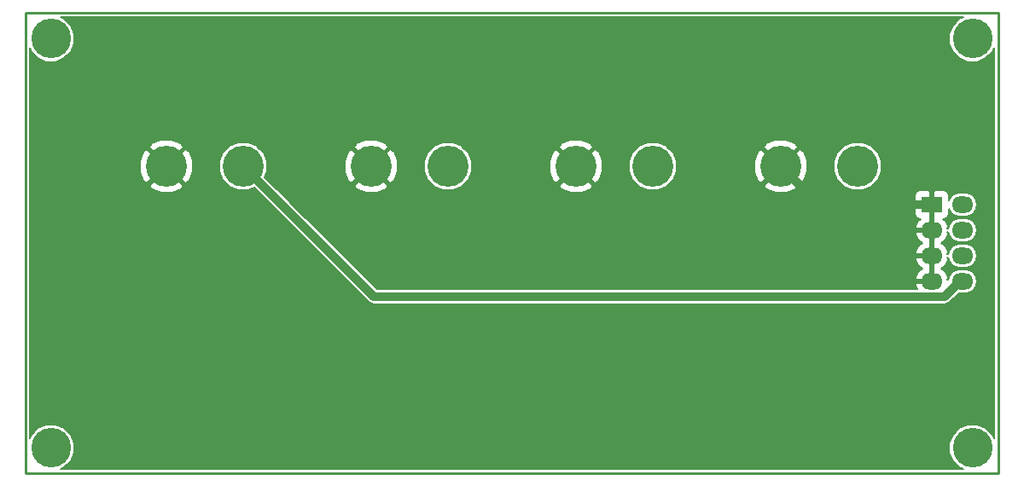
<source format=gtl>
G04 #@! TF.FileFunction,Copper,L1,Top,Signal*
%FSLAX46Y46*%
G04 Gerber Fmt 4.6, Leading zero omitted, Abs format (unit mm)*
G04 Created by KiCad (PCBNEW 0.201509091501+6172~30~ubuntu14.04.1-product) date Thu 10 Sep 2015 02:20:44 PM EDT*
%MOMM*%
G01*
G04 APERTURE LIST*
%ADD10C,0.100000*%
%ADD11C,0.228600*%
%ADD12R,2.133600X1.625600*%
%ADD13O,2.133600X1.625600*%
%ADD14C,4.064000*%
%ADD15C,3.937000*%
%ADD16C,0.812800*%
%ADD17C,0.203200*%
G04 APERTURE END LIST*
D10*
D11*
X185420000Y-60960000D02*
X88900000Y-60960000D01*
X185420000Y-106680000D02*
X185420000Y-60960000D01*
X88900000Y-106680000D02*
X185420000Y-106680000D01*
X88900000Y-60960000D02*
X88900000Y-106680000D01*
D12*
X178816000Y-80010000D03*
D13*
X181864000Y-80010000D03*
X178816000Y-82550000D03*
X181864000Y-82550000D03*
X178816000Y-85090000D03*
X181864000Y-85090000D03*
X178816000Y-87630000D03*
X181864000Y-87630000D03*
D14*
X102870000Y-76200000D03*
X110490000Y-76200000D03*
X123190000Y-76200000D03*
X130810000Y-76200000D03*
X143510000Y-76200000D03*
X151130000Y-76200000D03*
X163830000Y-76200000D03*
X171450000Y-76200000D03*
D15*
X91440000Y-63500000D03*
X182880000Y-63500000D03*
X91440000Y-104140000D03*
X182880000Y-104140000D03*
D16*
X167640000Y-80010000D02*
X179070000Y-80010000D01*
X163830000Y-76200000D02*
X167640000Y-80010000D01*
X180083000Y-89157000D02*
X181610000Y-87630000D01*
X123447000Y-89157000D02*
X180083000Y-89157000D01*
X110490000Y-76200000D02*
X123447000Y-89157000D01*
D17*
G36*
X181565223Y-61528575D02*
X180910873Y-62181784D01*
X180556304Y-63035680D01*
X180555497Y-63960264D01*
X180908575Y-64814777D01*
X181561784Y-65469127D01*
X182415680Y-65823696D01*
X183340264Y-65824503D01*
X184194777Y-65471425D01*
X184849127Y-64818216D01*
X185000900Y-64452706D01*
X185000900Y-103186980D01*
X184851425Y-102825223D01*
X184198216Y-102170873D01*
X183344320Y-101816304D01*
X182419736Y-101815497D01*
X181565223Y-102168575D01*
X180910873Y-102821784D01*
X180556304Y-103675680D01*
X180555497Y-104600264D01*
X180908575Y-105454777D01*
X181561784Y-106109127D01*
X181927294Y-106260900D01*
X92393020Y-106260900D01*
X92754777Y-106111425D01*
X93409127Y-105458216D01*
X93763696Y-104604320D01*
X93764503Y-103679736D01*
X93411425Y-102825223D01*
X92758216Y-102170873D01*
X91904320Y-101816304D01*
X90979736Y-101815497D01*
X90125223Y-102168575D01*
X89470873Y-102821784D01*
X89319100Y-103187294D01*
X89319100Y-78101253D01*
X101184273Y-78101253D01*
X101412718Y-78465055D01*
X102390447Y-78850316D01*
X103441182Y-78832090D01*
X104327282Y-78465055D01*
X104555727Y-78101253D01*
X102870000Y-76415526D01*
X101184273Y-78101253D01*
X89319100Y-78101253D01*
X89319100Y-75720447D01*
X100219684Y-75720447D01*
X100237910Y-76771182D01*
X100604945Y-77657282D01*
X100968747Y-77885727D01*
X102654474Y-76200000D01*
X103085526Y-76200000D01*
X104771253Y-77885727D01*
X105135055Y-77657282D01*
X105520316Y-76679553D01*
X105520200Y-76672839D01*
X108101986Y-76672839D01*
X108464711Y-77550700D01*
X109135767Y-78222929D01*
X110012993Y-78587185D01*
X110962839Y-78588014D01*
X111555501Y-78343131D01*
X122908185Y-89695815D01*
X123155395Y-89860996D01*
X123447000Y-89919000D01*
X180083000Y-89919000D01*
X180374605Y-89860996D01*
X180621815Y-89695815D01*
X181529666Y-88787964D01*
X181582134Y-88798400D01*
X182145866Y-88798400D01*
X182592993Y-88709461D01*
X182972050Y-88456184D01*
X183225327Y-88077127D01*
X183314266Y-87630000D01*
X183225327Y-87182873D01*
X182972050Y-86803816D01*
X182592993Y-86550539D01*
X182145866Y-86461600D01*
X181582134Y-86461600D01*
X181135007Y-86550539D01*
X180755950Y-86803816D01*
X180502673Y-87182873D01*
X180444049Y-87477598D01*
X180330824Y-87477598D01*
X180442960Y-87258245D01*
X180434655Y-87197888D01*
X180165415Y-86708550D01*
X179730040Y-86360000D01*
X180165415Y-86011450D01*
X180434655Y-85522112D01*
X180442960Y-85461755D01*
X180330824Y-85242402D01*
X180444049Y-85242402D01*
X180502673Y-85537127D01*
X180755950Y-85916184D01*
X181135007Y-86169461D01*
X181582134Y-86258400D01*
X182145866Y-86258400D01*
X182592993Y-86169461D01*
X182972050Y-85916184D01*
X183225327Y-85537127D01*
X183314266Y-85090000D01*
X183225327Y-84642873D01*
X182972050Y-84263816D01*
X182592993Y-84010539D01*
X182145866Y-83921600D01*
X181582134Y-83921600D01*
X181135007Y-84010539D01*
X180755950Y-84263816D01*
X180502673Y-84642873D01*
X180444049Y-84937598D01*
X180330824Y-84937598D01*
X180442960Y-84718245D01*
X180434655Y-84657888D01*
X180165415Y-84168550D01*
X179730040Y-83820000D01*
X180165415Y-83471450D01*
X180434655Y-82982112D01*
X180442960Y-82921755D01*
X180330824Y-82702402D01*
X180444049Y-82702402D01*
X180502673Y-82997127D01*
X180755950Y-83376184D01*
X181135007Y-83629461D01*
X181582134Y-83718400D01*
X182145866Y-83718400D01*
X182592993Y-83629461D01*
X182972050Y-83376184D01*
X183225327Y-82997127D01*
X183314266Y-82550000D01*
X183225327Y-82102873D01*
X182972050Y-81723816D01*
X182592993Y-81470539D01*
X182145866Y-81381600D01*
X181582134Y-81381600D01*
X181135007Y-81470539D01*
X180755950Y-81723816D01*
X180502673Y-82102873D01*
X180444049Y-82397598D01*
X180330824Y-82397598D01*
X180442960Y-82178245D01*
X180434655Y-82117888D01*
X180165415Y-81628550D01*
X179920403Y-81432400D01*
X180004057Y-81432400D01*
X180228111Y-81339594D01*
X180399594Y-81168111D01*
X180492400Y-80944057D01*
X180492400Y-80405481D01*
X180502673Y-80457127D01*
X180755950Y-80836184D01*
X181135007Y-81089461D01*
X181582134Y-81178400D01*
X182145866Y-81178400D01*
X182592993Y-81089461D01*
X182972050Y-80836184D01*
X183225327Y-80457127D01*
X183314266Y-80010000D01*
X183225327Y-79562873D01*
X182972050Y-79183816D01*
X182592993Y-78930539D01*
X182145866Y-78841600D01*
X181582134Y-78841600D01*
X181135007Y-78930539D01*
X180755950Y-79183816D01*
X180502673Y-79562873D01*
X180492400Y-79614519D01*
X180492400Y-79075943D01*
X180399594Y-78851889D01*
X180228111Y-78680406D01*
X180004057Y-78587600D01*
X179120800Y-78587600D01*
X178968400Y-78740000D01*
X178968400Y-79857600D01*
X178988400Y-79857600D01*
X178988400Y-80162400D01*
X178968400Y-80162400D01*
X178968400Y-82397600D01*
X178988400Y-82397600D01*
X178988400Y-82702400D01*
X178968400Y-82702400D01*
X178968400Y-84937600D01*
X178988400Y-84937600D01*
X178988400Y-85242400D01*
X178968400Y-85242400D01*
X178968400Y-87477600D01*
X178988400Y-87477600D01*
X178988400Y-87782400D01*
X178968400Y-87782400D01*
X178968400Y-87802400D01*
X178663600Y-87802400D01*
X178663600Y-87782400D01*
X177301177Y-87782400D01*
X177189040Y-88001755D01*
X177197345Y-88062112D01*
X177380504Y-88395000D01*
X123762630Y-88395000D01*
X120829385Y-85461755D01*
X177189040Y-85461755D01*
X177197345Y-85522112D01*
X177466585Y-86011450D01*
X177901960Y-86360000D01*
X177466585Y-86708550D01*
X177197345Y-87197888D01*
X177189040Y-87258245D01*
X177301177Y-87477600D01*
X178663600Y-87477600D01*
X178663600Y-85242400D01*
X177301177Y-85242400D01*
X177189040Y-85461755D01*
X120829385Y-85461755D01*
X118289385Y-82921755D01*
X177189040Y-82921755D01*
X177197345Y-82982112D01*
X177466585Y-83471450D01*
X177901960Y-83820000D01*
X177466585Y-84168550D01*
X177197345Y-84657888D01*
X177189040Y-84718245D01*
X177301177Y-84937600D01*
X178663600Y-84937600D01*
X178663600Y-82702400D01*
X177301177Y-82702400D01*
X177189040Y-82921755D01*
X118289385Y-82921755D01*
X115682430Y-80314800D01*
X177139600Y-80314800D01*
X177139600Y-80944057D01*
X177232406Y-81168111D01*
X177403889Y-81339594D01*
X177627943Y-81432400D01*
X177711597Y-81432400D01*
X177466585Y-81628550D01*
X177197345Y-82117888D01*
X177189040Y-82178245D01*
X177301177Y-82397600D01*
X178663600Y-82397600D01*
X178663600Y-80162400D01*
X177292000Y-80162400D01*
X177139600Y-80314800D01*
X115682430Y-80314800D01*
X114443573Y-79075943D01*
X177139600Y-79075943D01*
X177139600Y-79705200D01*
X177292000Y-79857600D01*
X178663600Y-79857600D01*
X178663600Y-78740000D01*
X178511200Y-78587600D01*
X177627943Y-78587600D01*
X177403889Y-78680406D01*
X177232406Y-78851889D01*
X177139600Y-79075943D01*
X114443573Y-79075943D01*
X113468883Y-78101253D01*
X121504273Y-78101253D01*
X121732718Y-78465055D01*
X122710447Y-78850316D01*
X123761182Y-78832090D01*
X124647282Y-78465055D01*
X124875727Y-78101253D01*
X123190000Y-76415526D01*
X121504273Y-78101253D01*
X113468883Y-78101253D01*
X112632912Y-77265282D01*
X112877185Y-76677007D01*
X112878014Y-75727161D01*
X112875240Y-75720447D01*
X120539684Y-75720447D01*
X120557910Y-76771182D01*
X120924945Y-77657282D01*
X121288747Y-77885727D01*
X122974474Y-76200000D01*
X123405526Y-76200000D01*
X125091253Y-77885727D01*
X125455055Y-77657282D01*
X125840316Y-76679553D01*
X125840200Y-76672839D01*
X128421986Y-76672839D01*
X128784711Y-77550700D01*
X129455767Y-78222929D01*
X130332993Y-78587185D01*
X131282839Y-78588014D01*
X132160700Y-78225289D01*
X132284952Y-78101253D01*
X141824273Y-78101253D01*
X142052718Y-78465055D01*
X143030447Y-78850316D01*
X144081182Y-78832090D01*
X144967282Y-78465055D01*
X145195727Y-78101253D01*
X143510000Y-76415526D01*
X141824273Y-78101253D01*
X132284952Y-78101253D01*
X132832929Y-77554233D01*
X133197185Y-76677007D01*
X133198014Y-75727161D01*
X133195240Y-75720447D01*
X140859684Y-75720447D01*
X140877910Y-76771182D01*
X141244945Y-77657282D01*
X141608747Y-77885727D01*
X143294474Y-76200000D01*
X143725526Y-76200000D01*
X145411253Y-77885727D01*
X145775055Y-77657282D01*
X146160316Y-76679553D01*
X146160200Y-76672839D01*
X148741986Y-76672839D01*
X149104711Y-77550700D01*
X149775767Y-78222929D01*
X150652993Y-78587185D01*
X151602839Y-78588014D01*
X152480700Y-78225289D01*
X152604952Y-78101253D01*
X162144273Y-78101253D01*
X162372718Y-78465055D01*
X163350447Y-78850316D01*
X164401182Y-78832090D01*
X165287282Y-78465055D01*
X165515727Y-78101253D01*
X163830000Y-76415526D01*
X162144273Y-78101253D01*
X152604952Y-78101253D01*
X153152929Y-77554233D01*
X153517185Y-76677007D01*
X153518014Y-75727161D01*
X153515240Y-75720447D01*
X161179684Y-75720447D01*
X161197910Y-76771182D01*
X161564945Y-77657282D01*
X161928747Y-77885727D01*
X163614474Y-76200000D01*
X164045526Y-76200000D01*
X165731253Y-77885727D01*
X166095055Y-77657282D01*
X166480316Y-76679553D01*
X166480200Y-76672839D01*
X169061986Y-76672839D01*
X169424711Y-77550700D01*
X170095767Y-78222929D01*
X170972993Y-78587185D01*
X171922839Y-78588014D01*
X172800700Y-78225289D01*
X173472929Y-77554233D01*
X173837185Y-76677007D01*
X173838014Y-75727161D01*
X173475289Y-74849300D01*
X172804233Y-74177071D01*
X171927007Y-73812815D01*
X170977161Y-73811986D01*
X170099300Y-74174711D01*
X169427071Y-74845767D01*
X169062815Y-75722993D01*
X169061986Y-76672839D01*
X166480200Y-76672839D01*
X166462090Y-75628818D01*
X166095055Y-74742718D01*
X165731253Y-74514273D01*
X164045526Y-76200000D01*
X163614474Y-76200000D01*
X161928747Y-74514273D01*
X161564945Y-74742718D01*
X161179684Y-75720447D01*
X153515240Y-75720447D01*
X153155289Y-74849300D01*
X152605697Y-74298747D01*
X162144273Y-74298747D01*
X163830000Y-75984474D01*
X165515727Y-74298747D01*
X165287282Y-73934945D01*
X164309553Y-73549684D01*
X163258818Y-73567910D01*
X162372718Y-73934945D01*
X162144273Y-74298747D01*
X152605697Y-74298747D01*
X152484233Y-74177071D01*
X151607007Y-73812815D01*
X150657161Y-73811986D01*
X149779300Y-74174711D01*
X149107071Y-74845767D01*
X148742815Y-75722993D01*
X148741986Y-76672839D01*
X146160200Y-76672839D01*
X146142090Y-75628818D01*
X145775055Y-74742718D01*
X145411253Y-74514273D01*
X143725526Y-76200000D01*
X143294474Y-76200000D01*
X141608747Y-74514273D01*
X141244945Y-74742718D01*
X140859684Y-75720447D01*
X133195240Y-75720447D01*
X132835289Y-74849300D01*
X132285697Y-74298747D01*
X141824273Y-74298747D01*
X143510000Y-75984474D01*
X145195727Y-74298747D01*
X144967282Y-73934945D01*
X143989553Y-73549684D01*
X142938818Y-73567910D01*
X142052718Y-73934945D01*
X141824273Y-74298747D01*
X132285697Y-74298747D01*
X132164233Y-74177071D01*
X131287007Y-73812815D01*
X130337161Y-73811986D01*
X129459300Y-74174711D01*
X128787071Y-74845767D01*
X128422815Y-75722993D01*
X128421986Y-76672839D01*
X125840200Y-76672839D01*
X125822090Y-75628818D01*
X125455055Y-74742718D01*
X125091253Y-74514273D01*
X123405526Y-76200000D01*
X122974474Y-76200000D01*
X121288747Y-74514273D01*
X120924945Y-74742718D01*
X120539684Y-75720447D01*
X112875240Y-75720447D01*
X112515289Y-74849300D01*
X111965697Y-74298747D01*
X121504273Y-74298747D01*
X123190000Y-75984474D01*
X124875727Y-74298747D01*
X124647282Y-73934945D01*
X123669553Y-73549684D01*
X122618818Y-73567910D01*
X121732718Y-73934945D01*
X121504273Y-74298747D01*
X111965697Y-74298747D01*
X111844233Y-74177071D01*
X110967007Y-73812815D01*
X110017161Y-73811986D01*
X109139300Y-74174711D01*
X108467071Y-74845767D01*
X108102815Y-75722993D01*
X108101986Y-76672839D01*
X105520200Y-76672839D01*
X105502090Y-75628818D01*
X105135055Y-74742718D01*
X104771253Y-74514273D01*
X103085526Y-76200000D01*
X102654474Y-76200000D01*
X100968747Y-74514273D01*
X100604945Y-74742718D01*
X100219684Y-75720447D01*
X89319100Y-75720447D01*
X89319100Y-74298747D01*
X101184273Y-74298747D01*
X102870000Y-75984474D01*
X104555727Y-74298747D01*
X104327282Y-73934945D01*
X103349553Y-73549684D01*
X102298818Y-73567910D01*
X101412718Y-73934945D01*
X101184273Y-74298747D01*
X89319100Y-74298747D01*
X89319100Y-64453020D01*
X89468575Y-64814777D01*
X90121784Y-65469127D01*
X90975680Y-65823696D01*
X91900264Y-65824503D01*
X92754777Y-65471425D01*
X93409127Y-64818216D01*
X93763696Y-63964320D01*
X93764503Y-63039736D01*
X93411425Y-62185223D01*
X92758216Y-61530873D01*
X92392706Y-61379100D01*
X181926980Y-61379100D01*
X181565223Y-61528575D01*
X181565223Y-61528575D01*
G37*
X181565223Y-61528575D02*
X180910873Y-62181784D01*
X180556304Y-63035680D01*
X180555497Y-63960264D01*
X180908575Y-64814777D01*
X181561784Y-65469127D01*
X182415680Y-65823696D01*
X183340264Y-65824503D01*
X184194777Y-65471425D01*
X184849127Y-64818216D01*
X185000900Y-64452706D01*
X185000900Y-103186980D01*
X184851425Y-102825223D01*
X184198216Y-102170873D01*
X183344320Y-101816304D01*
X182419736Y-101815497D01*
X181565223Y-102168575D01*
X180910873Y-102821784D01*
X180556304Y-103675680D01*
X180555497Y-104600264D01*
X180908575Y-105454777D01*
X181561784Y-106109127D01*
X181927294Y-106260900D01*
X92393020Y-106260900D01*
X92754777Y-106111425D01*
X93409127Y-105458216D01*
X93763696Y-104604320D01*
X93764503Y-103679736D01*
X93411425Y-102825223D01*
X92758216Y-102170873D01*
X91904320Y-101816304D01*
X90979736Y-101815497D01*
X90125223Y-102168575D01*
X89470873Y-102821784D01*
X89319100Y-103187294D01*
X89319100Y-78101253D01*
X101184273Y-78101253D01*
X101412718Y-78465055D01*
X102390447Y-78850316D01*
X103441182Y-78832090D01*
X104327282Y-78465055D01*
X104555727Y-78101253D01*
X102870000Y-76415526D01*
X101184273Y-78101253D01*
X89319100Y-78101253D01*
X89319100Y-75720447D01*
X100219684Y-75720447D01*
X100237910Y-76771182D01*
X100604945Y-77657282D01*
X100968747Y-77885727D01*
X102654474Y-76200000D01*
X103085526Y-76200000D01*
X104771253Y-77885727D01*
X105135055Y-77657282D01*
X105520316Y-76679553D01*
X105520200Y-76672839D01*
X108101986Y-76672839D01*
X108464711Y-77550700D01*
X109135767Y-78222929D01*
X110012993Y-78587185D01*
X110962839Y-78588014D01*
X111555501Y-78343131D01*
X122908185Y-89695815D01*
X123155395Y-89860996D01*
X123447000Y-89919000D01*
X180083000Y-89919000D01*
X180374605Y-89860996D01*
X180621815Y-89695815D01*
X181529666Y-88787964D01*
X181582134Y-88798400D01*
X182145866Y-88798400D01*
X182592993Y-88709461D01*
X182972050Y-88456184D01*
X183225327Y-88077127D01*
X183314266Y-87630000D01*
X183225327Y-87182873D01*
X182972050Y-86803816D01*
X182592993Y-86550539D01*
X182145866Y-86461600D01*
X181582134Y-86461600D01*
X181135007Y-86550539D01*
X180755950Y-86803816D01*
X180502673Y-87182873D01*
X180444049Y-87477598D01*
X180330824Y-87477598D01*
X180442960Y-87258245D01*
X180434655Y-87197888D01*
X180165415Y-86708550D01*
X179730040Y-86360000D01*
X180165415Y-86011450D01*
X180434655Y-85522112D01*
X180442960Y-85461755D01*
X180330824Y-85242402D01*
X180444049Y-85242402D01*
X180502673Y-85537127D01*
X180755950Y-85916184D01*
X181135007Y-86169461D01*
X181582134Y-86258400D01*
X182145866Y-86258400D01*
X182592993Y-86169461D01*
X182972050Y-85916184D01*
X183225327Y-85537127D01*
X183314266Y-85090000D01*
X183225327Y-84642873D01*
X182972050Y-84263816D01*
X182592993Y-84010539D01*
X182145866Y-83921600D01*
X181582134Y-83921600D01*
X181135007Y-84010539D01*
X180755950Y-84263816D01*
X180502673Y-84642873D01*
X180444049Y-84937598D01*
X180330824Y-84937598D01*
X180442960Y-84718245D01*
X180434655Y-84657888D01*
X180165415Y-84168550D01*
X179730040Y-83820000D01*
X180165415Y-83471450D01*
X180434655Y-82982112D01*
X180442960Y-82921755D01*
X180330824Y-82702402D01*
X180444049Y-82702402D01*
X180502673Y-82997127D01*
X180755950Y-83376184D01*
X181135007Y-83629461D01*
X181582134Y-83718400D01*
X182145866Y-83718400D01*
X182592993Y-83629461D01*
X182972050Y-83376184D01*
X183225327Y-82997127D01*
X183314266Y-82550000D01*
X183225327Y-82102873D01*
X182972050Y-81723816D01*
X182592993Y-81470539D01*
X182145866Y-81381600D01*
X181582134Y-81381600D01*
X181135007Y-81470539D01*
X180755950Y-81723816D01*
X180502673Y-82102873D01*
X180444049Y-82397598D01*
X180330824Y-82397598D01*
X180442960Y-82178245D01*
X180434655Y-82117888D01*
X180165415Y-81628550D01*
X179920403Y-81432400D01*
X180004057Y-81432400D01*
X180228111Y-81339594D01*
X180399594Y-81168111D01*
X180492400Y-80944057D01*
X180492400Y-80405481D01*
X180502673Y-80457127D01*
X180755950Y-80836184D01*
X181135007Y-81089461D01*
X181582134Y-81178400D01*
X182145866Y-81178400D01*
X182592993Y-81089461D01*
X182972050Y-80836184D01*
X183225327Y-80457127D01*
X183314266Y-80010000D01*
X183225327Y-79562873D01*
X182972050Y-79183816D01*
X182592993Y-78930539D01*
X182145866Y-78841600D01*
X181582134Y-78841600D01*
X181135007Y-78930539D01*
X180755950Y-79183816D01*
X180502673Y-79562873D01*
X180492400Y-79614519D01*
X180492400Y-79075943D01*
X180399594Y-78851889D01*
X180228111Y-78680406D01*
X180004057Y-78587600D01*
X179120800Y-78587600D01*
X178968400Y-78740000D01*
X178968400Y-79857600D01*
X178988400Y-79857600D01*
X178988400Y-80162400D01*
X178968400Y-80162400D01*
X178968400Y-82397600D01*
X178988400Y-82397600D01*
X178988400Y-82702400D01*
X178968400Y-82702400D01*
X178968400Y-84937600D01*
X178988400Y-84937600D01*
X178988400Y-85242400D01*
X178968400Y-85242400D01*
X178968400Y-87477600D01*
X178988400Y-87477600D01*
X178988400Y-87782400D01*
X178968400Y-87782400D01*
X178968400Y-87802400D01*
X178663600Y-87802400D01*
X178663600Y-87782400D01*
X177301177Y-87782400D01*
X177189040Y-88001755D01*
X177197345Y-88062112D01*
X177380504Y-88395000D01*
X123762630Y-88395000D01*
X120829385Y-85461755D01*
X177189040Y-85461755D01*
X177197345Y-85522112D01*
X177466585Y-86011450D01*
X177901960Y-86360000D01*
X177466585Y-86708550D01*
X177197345Y-87197888D01*
X177189040Y-87258245D01*
X177301177Y-87477600D01*
X178663600Y-87477600D01*
X178663600Y-85242400D01*
X177301177Y-85242400D01*
X177189040Y-85461755D01*
X120829385Y-85461755D01*
X118289385Y-82921755D01*
X177189040Y-82921755D01*
X177197345Y-82982112D01*
X177466585Y-83471450D01*
X177901960Y-83820000D01*
X177466585Y-84168550D01*
X177197345Y-84657888D01*
X177189040Y-84718245D01*
X177301177Y-84937600D01*
X178663600Y-84937600D01*
X178663600Y-82702400D01*
X177301177Y-82702400D01*
X177189040Y-82921755D01*
X118289385Y-82921755D01*
X115682430Y-80314800D01*
X177139600Y-80314800D01*
X177139600Y-80944057D01*
X177232406Y-81168111D01*
X177403889Y-81339594D01*
X177627943Y-81432400D01*
X177711597Y-81432400D01*
X177466585Y-81628550D01*
X177197345Y-82117888D01*
X177189040Y-82178245D01*
X177301177Y-82397600D01*
X178663600Y-82397600D01*
X178663600Y-80162400D01*
X177292000Y-80162400D01*
X177139600Y-80314800D01*
X115682430Y-80314800D01*
X114443573Y-79075943D01*
X177139600Y-79075943D01*
X177139600Y-79705200D01*
X177292000Y-79857600D01*
X178663600Y-79857600D01*
X178663600Y-78740000D01*
X178511200Y-78587600D01*
X177627943Y-78587600D01*
X177403889Y-78680406D01*
X177232406Y-78851889D01*
X177139600Y-79075943D01*
X114443573Y-79075943D01*
X113468883Y-78101253D01*
X121504273Y-78101253D01*
X121732718Y-78465055D01*
X122710447Y-78850316D01*
X123761182Y-78832090D01*
X124647282Y-78465055D01*
X124875727Y-78101253D01*
X123190000Y-76415526D01*
X121504273Y-78101253D01*
X113468883Y-78101253D01*
X112632912Y-77265282D01*
X112877185Y-76677007D01*
X112878014Y-75727161D01*
X112875240Y-75720447D01*
X120539684Y-75720447D01*
X120557910Y-76771182D01*
X120924945Y-77657282D01*
X121288747Y-77885727D01*
X122974474Y-76200000D01*
X123405526Y-76200000D01*
X125091253Y-77885727D01*
X125455055Y-77657282D01*
X125840316Y-76679553D01*
X125840200Y-76672839D01*
X128421986Y-76672839D01*
X128784711Y-77550700D01*
X129455767Y-78222929D01*
X130332993Y-78587185D01*
X131282839Y-78588014D01*
X132160700Y-78225289D01*
X132284952Y-78101253D01*
X141824273Y-78101253D01*
X142052718Y-78465055D01*
X143030447Y-78850316D01*
X144081182Y-78832090D01*
X144967282Y-78465055D01*
X145195727Y-78101253D01*
X143510000Y-76415526D01*
X141824273Y-78101253D01*
X132284952Y-78101253D01*
X132832929Y-77554233D01*
X133197185Y-76677007D01*
X133198014Y-75727161D01*
X133195240Y-75720447D01*
X140859684Y-75720447D01*
X140877910Y-76771182D01*
X141244945Y-77657282D01*
X141608747Y-77885727D01*
X143294474Y-76200000D01*
X143725526Y-76200000D01*
X145411253Y-77885727D01*
X145775055Y-77657282D01*
X146160316Y-76679553D01*
X146160200Y-76672839D01*
X148741986Y-76672839D01*
X149104711Y-77550700D01*
X149775767Y-78222929D01*
X150652993Y-78587185D01*
X151602839Y-78588014D01*
X152480700Y-78225289D01*
X152604952Y-78101253D01*
X162144273Y-78101253D01*
X162372718Y-78465055D01*
X163350447Y-78850316D01*
X164401182Y-78832090D01*
X165287282Y-78465055D01*
X165515727Y-78101253D01*
X163830000Y-76415526D01*
X162144273Y-78101253D01*
X152604952Y-78101253D01*
X153152929Y-77554233D01*
X153517185Y-76677007D01*
X153518014Y-75727161D01*
X153515240Y-75720447D01*
X161179684Y-75720447D01*
X161197910Y-76771182D01*
X161564945Y-77657282D01*
X161928747Y-77885727D01*
X163614474Y-76200000D01*
X164045526Y-76200000D01*
X165731253Y-77885727D01*
X166095055Y-77657282D01*
X166480316Y-76679553D01*
X166480200Y-76672839D01*
X169061986Y-76672839D01*
X169424711Y-77550700D01*
X170095767Y-78222929D01*
X170972993Y-78587185D01*
X171922839Y-78588014D01*
X172800700Y-78225289D01*
X173472929Y-77554233D01*
X173837185Y-76677007D01*
X173838014Y-75727161D01*
X173475289Y-74849300D01*
X172804233Y-74177071D01*
X171927007Y-73812815D01*
X170977161Y-73811986D01*
X170099300Y-74174711D01*
X169427071Y-74845767D01*
X169062815Y-75722993D01*
X169061986Y-76672839D01*
X166480200Y-76672839D01*
X166462090Y-75628818D01*
X166095055Y-74742718D01*
X165731253Y-74514273D01*
X164045526Y-76200000D01*
X163614474Y-76200000D01*
X161928747Y-74514273D01*
X161564945Y-74742718D01*
X161179684Y-75720447D01*
X153515240Y-75720447D01*
X153155289Y-74849300D01*
X152605697Y-74298747D01*
X162144273Y-74298747D01*
X163830000Y-75984474D01*
X165515727Y-74298747D01*
X165287282Y-73934945D01*
X164309553Y-73549684D01*
X163258818Y-73567910D01*
X162372718Y-73934945D01*
X162144273Y-74298747D01*
X152605697Y-74298747D01*
X152484233Y-74177071D01*
X151607007Y-73812815D01*
X150657161Y-73811986D01*
X149779300Y-74174711D01*
X149107071Y-74845767D01*
X148742815Y-75722993D01*
X148741986Y-76672839D01*
X146160200Y-76672839D01*
X146142090Y-75628818D01*
X145775055Y-74742718D01*
X145411253Y-74514273D01*
X143725526Y-76200000D01*
X143294474Y-76200000D01*
X141608747Y-74514273D01*
X141244945Y-74742718D01*
X140859684Y-75720447D01*
X133195240Y-75720447D01*
X132835289Y-74849300D01*
X132285697Y-74298747D01*
X141824273Y-74298747D01*
X143510000Y-75984474D01*
X145195727Y-74298747D01*
X144967282Y-73934945D01*
X143989553Y-73549684D01*
X142938818Y-73567910D01*
X142052718Y-73934945D01*
X141824273Y-74298747D01*
X132285697Y-74298747D01*
X132164233Y-74177071D01*
X131287007Y-73812815D01*
X130337161Y-73811986D01*
X129459300Y-74174711D01*
X128787071Y-74845767D01*
X128422815Y-75722993D01*
X128421986Y-76672839D01*
X125840200Y-76672839D01*
X125822090Y-75628818D01*
X125455055Y-74742718D01*
X125091253Y-74514273D01*
X123405526Y-76200000D01*
X122974474Y-76200000D01*
X121288747Y-74514273D01*
X120924945Y-74742718D01*
X120539684Y-75720447D01*
X112875240Y-75720447D01*
X112515289Y-74849300D01*
X111965697Y-74298747D01*
X121504273Y-74298747D01*
X123190000Y-75984474D01*
X124875727Y-74298747D01*
X124647282Y-73934945D01*
X123669553Y-73549684D01*
X122618818Y-73567910D01*
X121732718Y-73934945D01*
X121504273Y-74298747D01*
X111965697Y-74298747D01*
X111844233Y-74177071D01*
X110967007Y-73812815D01*
X110017161Y-73811986D01*
X109139300Y-74174711D01*
X108467071Y-74845767D01*
X108102815Y-75722993D01*
X108101986Y-76672839D01*
X105520200Y-76672839D01*
X105502090Y-75628818D01*
X105135055Y-74742718D01*
X104771253Y-74514273D01*
X103085526Y-76200000D01*
X102654474Y-76200000D01*
X100968747Y-74514273D01*
X100604945Y-74742718D01*
X100219684Y-75720447D01*
X89319100Y-75720447D01*
X89319100Y-74298747D01*
X101184273Y-74298747D01*
X102870000Y-75984474D01*
X104555727Y-74298747D01*
X104327282Y-73934945D01*
X103349553Y-73549684D01*
X102298818Y-73567910D01*
X101412718Y-73934945D01*
X101184273Y-74298747D01*
X89319100Y-74298747D01*
X89319100Y-64453020D01*
X89468575Y-64814777D01*
X90121784Y-65469127D01*
X90975680Y-65823696D01*
X91900264Y-65824503D01*
X92754777Y-65471425D01*
X93409127Y-64818216D01*
X93763696Y-63964320D01*
X93764503Y-63039736D01*
X93411425Y-62185223D01*
X92758216Y-61530873D01*
X92392706Y-61379100D01*
X181926980Y-61379100D01*
X181565223Y-61528575D01*
M02*

</source>
